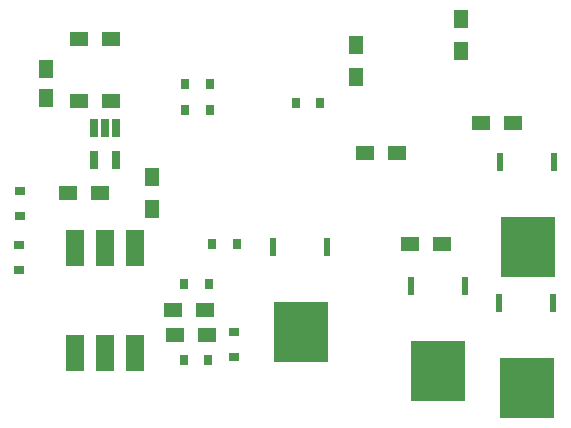
<source format=gbp>
G04 #@! TF.GenerationSoftware,KiCad,Pcbnew,5.1.6-c6e7f7d~87~ubuntu18.04.1*
G04 #@! TF.CreationDate,2020-10-13T20:33:34+05:30*
G04 #@! TF.ProjectId,BackEnd_4S_v1,4261636b-456e-4645-9f34-535f76312e6b,rev?*
G04 #@! TF.SameCoordinates,Original*
G04 #@! TF.FileFunction,Paste,Bot*
G04 #@! TF.FilePolarity,Positive*
%FSLAX46Y46*%
G04 Gerber Fmt 4.6, Leading zero omitted, Abs format (unit mm)*
G04 Created by KiCad (PCBNEW 5.1.6-c6e7f7d~87~ubuntu18.04.1) date 2020-10-13 20:33:34*
%MOMM*%
%LPD*%
G01*
G04 APERTURE LIST*
%ADD10R,1.250000X1.500000*%
%ADD11R,1.500000X1.300000*%
%ADD12R,1.600000X3.100000*%
%ADD13R,0.650000X1.560000*%
%ADD14R,0.900000X0.800000*%
%ADD15R,0.800000X0.900000*%
%ADD16R,0.600000X1.500000*%
%ADD17R,4.600000X5.100000*%
%ADD18R,1.300000X1.500000*%
G04 APERTURE END LIST*
D10*
X172375000Y-49752900D03*
X172375000Y-52252900D03*
D11*
X203184000Y-64594700D03*
X205884000Y-64594700D03*
D12*
X179936000Y-73840400D03*
X174856000Y-64950400D03*
X177396000Y-73840400D03*
X177396000Y-64950400D03*
X174856000Y-73840400D03*
X179936000Y-64950400D03*
D13*
X176433000Y-54761100D03*
X177383000Y-54761100D03*
X178333000Y-54761100D03*
X178333000Y-57461100D03*
X176433000Y-57461100D03*
D14*
X170086000Y-64697900D03*
X170086000Y-66797900D03*
D15*
X188555000Y-64582000D03*
X186455000Y-64582000D03*
X186125000Y-74429600D03*
X184025000Y-74429600D03*
X184126000Y-51000700D03*
X186226000Y-51000700D03*
X186241000Y-53268900D03*
X184141000Y-53268900D03*
X186202000Y-67950100D03*
X184102000Y-67950100D03*
X195609000Y-52666900D03*
X193509000Y-52666900D03*
D14*
X170216000Y-62185300D03*
X170216000Y-60085300D03*
X188288000Y-72061400D03*
X188288000Y-74161400D03*
D16*
X196174000Y-64854100D03*
X191604000Y-64854100D03*
D17*
X193954000Y-72014100D03*
X213191000Y-64793400D03*
D16*
X210841000Y-57633400D03*
X215411000Y-57633400D03*
D17*
X213063000Y-76743600D03*
D16*
X210713000Y-69583600D03*
X215283000Y-69583600D03*
X207820000Y-68140800D03*
X203250000Y-68140800D03*
D17*
X205600000Y-75300800D03*
D11*
X185829000Y-70149700D03*
X183129000Y-70149700D03*
X175190000Y-47198300D03*
X177890000Y-47198300D03*
X177888000Y-52468800D03*
X175188000Y-52468800D03*
D18*
X198646000Y-47753300D03*
X198646000Y-50453300D03*
D11*
X183270000Y-72321400D03*
X185970000Y-72321400D03*
X199409000Y-56896000D03*
X202109000Y-56896000D03*
X209184000Y-54335700D03*
X211884000Y-54335700D03*
D18*
X207485000Y-48202800D03*
X207485000Y-45502800D03*
D11*
X174238000Y-60279300D03*
X176938000Y-60279300D03*
D18*
X181326000Y-61628000D03*
X181326000Y-58928000D03*
M02*

</source>
